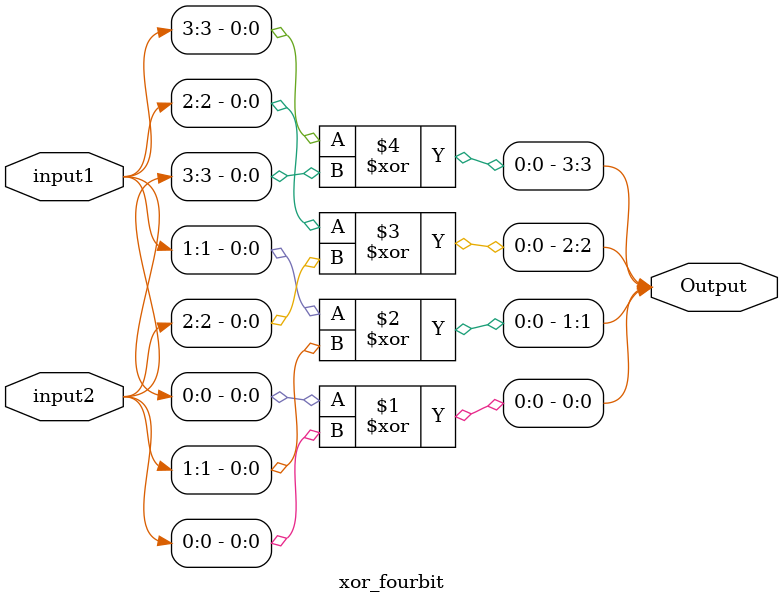
<source format=v>
module xor_fourbit(input1,input2,Output);

input[3:0] input1,input2;

output[3:0] Output;

xor first_Xor_Gate(Output[0],input1[0],input2[0]);
xor second_Xor_Gate(Output[1],input1[1],input2[1]);
xor third_Xor_Gate(Output[2],input1[2],input2[2]);
xor fourth_Xor_Gate(Output[3],input1[3],input2[3]);

endmodule

</source>
